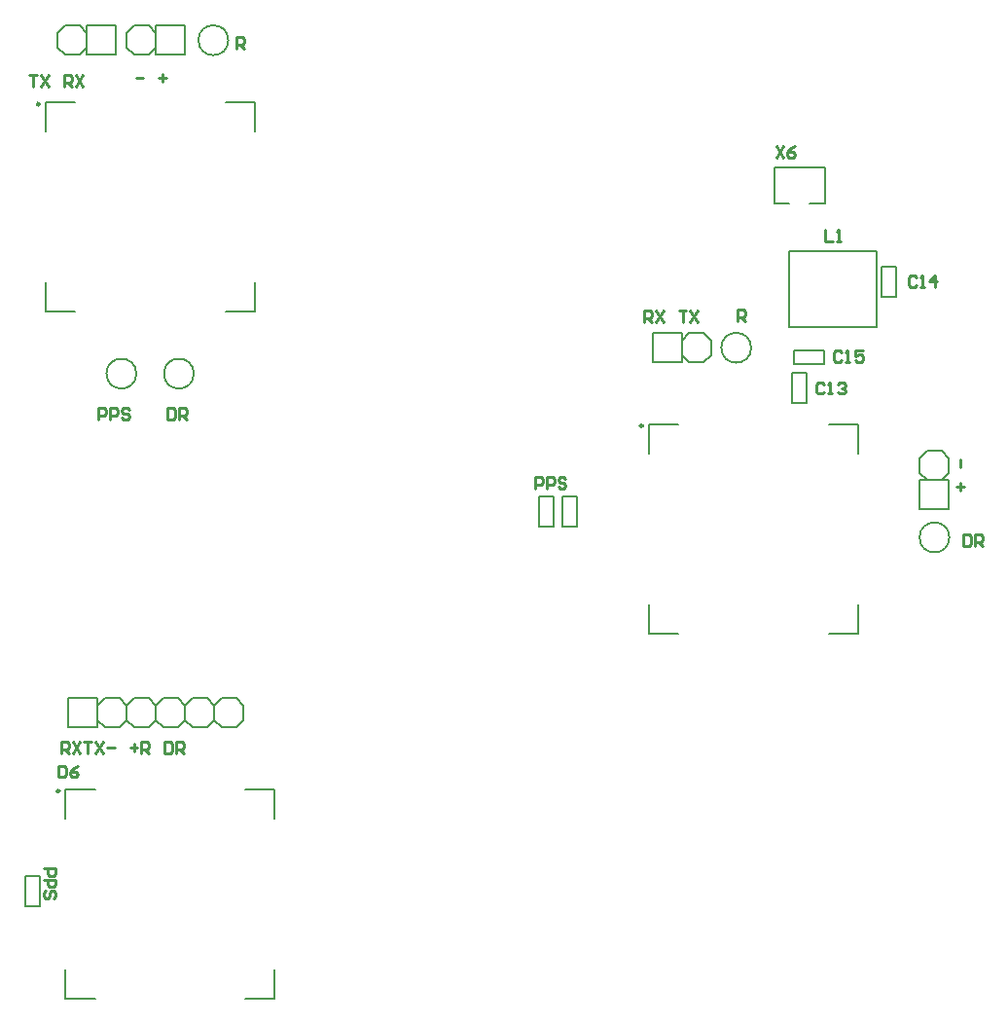
<source format=gto>
G04 Layer_Color=65535*
%FSLAX44Y44*%
%MOMM*%
G71*
G01*
G75*
%ADD17C,0.2540*%
%ADD30C,0.2500*%
%ADD31C,0.2000*%
D17*
X652132Y775685D02*
X658796Y765688D01*
Y775685D02*
X652132Y765688D01*
X668793Y775685D02*
X665461Y774019D01*
X662129Y770686D01*
Y767354D01*
X663795Y765688D01*
X667127D01*
X668793Y767354D01*
Y769020D01*
X667127Y770686D01*
X662129D01*
X695000Y702497D02*
Y692500D01*
X701665D01*
X704997D02*
X708329D01*
X706663D01*
Y702497D01*
X704997Y700831D01*
X709165Y595831D02*
X707498Y597497D01*
X704166D01*
X702500Y595831D01*
Y589166D01*
X704166Y587500D01*
X707498D01*
X709165Y589166D01*
X712497Y587500D02*
X715829D01*
X714163D01*
Y597497D01*
X712497Y595831D01*
X727492Y597497D02*
X720827D01*
Y592498D01*
X724160Y594165D01*
X725826D01*
X727492Y592498D01*
Y589166D01*
X725826Y587500D01*
X722494D01*
X720827Y589166D01*
X774165Y660831D02*
X772498Y662497D01*
X769166D01*
X767500Y660831D01*
Y654166D01*
X769166Y652500D01*
X772498D01*
X774165Y654166D01*
X777497Y652500D02*
X780829D01*
X779163D01*
Y662497D01*
X777497Y660831D01*
X790826Y652500D02*
Y662497D01*
X785827Y657498D01*
X792492D01*
X694165Y568331D02*
X692498Y569997D01*
X689166D01*
X687500Y568331D01*
Y561666D01*
X689166Y560000D01*
X692498D01*
X694165Y561666D01*
X697497Y560000D02*
X700829D01*
X699163D01*
Y569997D01*
X697497Y568331D01*
X705827D02*
X707494Y569997D01*
X710826D01*
X712492Y568331D01*
Y566665D01*
X710826Y564998D01*
X709160D01*
X710826D01*
X712492Y563332D01*
Y561666D01*
X710826Y560000D01*
X707494D01*
X705827Y561666D01*
X27546Y236443D02*
Y226446D01*
X32544D01*
X34211Y228112D01*
Y234777D01*
X32544Y236443D01*
X27546D01*
X44207D02*
X40875Y234777D01*
X37543Y231444D01*
Y228112D01*
X39209Y226446D01*
X42541D01*
X44207Y228112D01*
Y229778D01*
X42541Y231444D01*
X37543D01*
X442500Y477500D02*
Y487497D01*
X447498D01*
X449165Y485831D01*
Y482498D01*
X447498Y480832D01*
X442500D01*
X452497Y477500D02*
Y487497D01*
X457495D01*
X459161Y485831D01*
Y482498D01*
X457495Y480832D01*
X452497D01*
X469158Y485831D02*
X467492Y487497D01*
X464160D01*
X462494Y485831D01*
Y484165D01*
X464160Y482498D01*
X467492D01*
X469158Y480832D01*
Y479166D01*
X467492Y477500D01*
X464160D01*
X462494Y479166D01*
X537500Y622500D02*
Y632497D01*
X542498D01*
X544165Y630831D01*
Y627498D01*
X542498Y625832D01*
X537500D01*
X540832D02*
X544165Y622500D01*
X547497Y632497D02*
X554161Y622500D01*
Y632497D02*
X547497Y622500D01*
X567490Y632497D02*
X574155D01*
X570823D01*
Y622500D01*
X577487Y632497D02*
X584152Y622500D01*
Y632497D02*
X577487Y622500D01*
X812498Y502500D02*
Y495835D01*
Y482506D02*
Y475842D01*
X815831Y479174D02*
X809166D01*
X815000Y437497D02*
Y427500D01*
X819998D01*
X821665Y429166D01*
Y435831D01*
X819998Y437497D01*
X815000D01*
X824997Y427500D02*
Y437497D01*
X829995D01*
X831661Y435831D01*
Y432498D01*
X829995Y430832D01*
X824997D01*
X828329D02*
X831661Y427500D01*
X618500Y623250D02*
Y633247D01*
X623498D01*
X625164Y631581D01*
Y628248D01*
X623498Y626582D01*
X618500D01*
X621832D02*
X625164Y623250D01*
X2500Y837497D02*
X9165D01*
X5832D01*
Y827500D01*
X12497Y837497D02*
X19161Y827500D01*
Y837497D02*
X12497Y827500D01*
X32490D02*
Y837497D01*
X37489D01*
X39155Y835831D01*
Y832498D01*
X37489Y830832D01*
X32490D01*
X35823D02*
X39155Y827500D01*
X42487Y837497D02*
X49152Y827500D01*
Y837497D02*
X42487Y827500D01*
X95000Y834998D02*
X101664D01*
X114994D02*
X121658D01*
X118326Y838331D02*
Y831666D01*
X62500Y537500D02*
Y547497D01*
X67498D01*
X69165Y545831D01*
Y542498D01*
X67498Y540832D01*
X62500D01*
X72497Y537500D02*
Y547497D01*
X77495D01*
X79161Y545831D01*
Y542498D01*
X77495Y540832D01*
X72497D01*
X89158Y545831D02*
X87492Y547497D01*
X84160D01*
X82494Y545831D01*
Y544165D01*
X84160Y542498D01*
X87492D01*
X89158Y540832D01*
Y539166D01*
X87492Y537500D01*
X84160D01*
X82494Y539166D01*
X122500Y547497D02*
Y537500D01*
X127498D01*
X129164Y539166D01*
Y545831D01*
X127498Y547497D01*
X122500D01*
X132497Y537500D02*
Y547497D01*
X137495D01*
X139161Y545831D01*
Y542498D01*
X137495Y540832D01*
X132497D01*
X135829D02*
X139161Y537500D01*
X182500Y860000D02*
Y869997D01*
X187498D01*
X189165Y868331D01*
Y864998D01*
X187498Y863332D01*
X182500D01*
X185832D02*
X189165Y860000D01*
X30000Y247500D02*
Y257497D01*
X34998D01*
X36665Y255831D01*
Y252498D01*
X34998Y250832D01*
X30000D01*
X33332D02*
X36665Y247500D01*
X39997Y257497D02*
X46661Y247500D01*
Y257497D02*
X39997Y247500D01*
X49994Y257497D02*
X56658D01*
X53326D01*
Y247500D01*
X59990Y257497D02*
X66655Y247500D01*
Y257497D02*
X59990Y247500D01*
X69987Y252498D02*
X76652D01*
X89981D02*
X96645D01*
X93313Y255831D02*
Y249166D01*
X99978Y247500D02*
Y257497D01*
X104976D01*
X106642Y255831D01*
Y252498D01*
X104976Y250832D01*
X99978D01*
X103310D02*
X106642Y247500D01*
X119971Y257497D02*
Y247500D01*
X124969D01*
X126636Y249166D01*
Y255831D01*
X124969Y257497D01*
X119971D01*
X129968Y247500D02*
Y257497D01*
X134966D01*
X136632Y255831D01*
Y252498D01*
X134966Y250832D01*
X129968D01*
X133300D02*
X136632Y247500D01*
X15000Y147500D02*
X24997D01*
Y142502D01*
X23331Y140836D01*
X19998D01*
X18332Y142502D01*
Y147500D01*
X15000Y137503D02*
X24997D01*
Y132505D01*
X23331Y130839D01*
X19998D01*
X18332Y132505D01*
Y137503D01*
X23331Y120842D02*
X24997Y122508D01*
Y125840D01*
X23331Y127506D01*
X21665D01*
X19998Y125840D01*
Y122508D01*
X18332Y120842D01*
X16666D01*
X15000Y122508D01*
Y125840D01*
X16666Y127506D01*
D30*
X536250Y532000D02*
G03*
X536250Y532000I-1250J0D01*
G01*
X28750Y214500D02*
G03*
X28750Y214500I-1250J0D01*
G01*
X11250Y812000D02*
G03*
X11250Y812000I-1250J0D01*
G01*
D31*
X95500Y577500D02*
G03*
X95500Y577500I-13000J0D01*
G01*
X630500Y600000D02*
G03*
X630500Y600000I-13000J0D01*
G01*
X175500Y867500D02*
G03*
X175500Y867500I-13000J0D01*
G01*
X803000Y435000D02*
G03*
X803000Y435000I-13000J0D01*
G01*
X145500Y577500D02*
G03*
X145500Y577500I-13000J0D01*
G01*
X756250Y644250D02*
Y670750D01*
X743750Y644250D02*
Y670750D01*
X756250D01*
X743750Y644250D02*
X756250D01*
X541500Y508000D02*
Y533500D01*
X567000D01*
X698000D02*
X723500D01*
Y508000D02*
Y533500D01*
Y351500D02*
Y377000D01*
X698000Y351500D02*
X723500D01*
X541500D02*
Y377000D01*
Y351500D02*
X567000D01*
X-1250Y140750D02*
X11250D01*
X-1250Y114250D02*
X11250D01*
Y140750D01*
X-1250Y114250D02*
Y140750D01*
X446250Y470750D02*
X458750D01*
X446250Y444250D02*
X458750D01*
Y470750D01*
X446250Y444250D02*
Y470750D01*
X466250D02*
X478750D01*
X466250Y444250D02*
X478750D01*
Y470750D01*
X466250Y444250D02*
Y470750D01*
X163300Y276150D02*
X169650Y269800D01*
X182350D01*
X188700Y276150D01*
X182350Y295200D02*
X188700Y288850D01*
X169650Y295200D02*
X182350D01*
X163300Y288850D02*
X169650Y295200D01*
X188700Y276150D02*
Y288850D01*
X36300Y295200D02*
X61700D01*
Y269800D02*
Y295200D01*
X36300Y269800D02*
Y295200D01*
X61700Y288850D02*
X68050Y295200D01*
X80750D01*
X87100Y288850D01*
Y276150D02*
Y288850D01*
X80750Y269800D02*
X87100Y276150D01*
X68050Y269800D02*
X80750D01*
X61700Y276150D02*
X68050Y269800D01*
X36300D02*
X61700D01*
X87100Y276150D02*
X93450Y269800D01*
X106150D01*
X112500Y276150D01*
Y288850D01*
X106150Y295200D02*
X112500Y288850D01*
X93450Y295200D02*
X106150D01*
X87100Y288850D02*
X93450Y295200D01*
X112500Y276150D02*
X118850Y269800D01*
X131550D01*
X137900Y276150D01*
Y288850D01*
X131550Y295200D02*
X137900Y288850D01*
X118850Y295200D02*
X131550D01*
X112500Y288850D02*
X118850Y295200D01*
X137900Y276150D02*
X144250Y269800D01*
X156950D01*
X163300Y276150D01*
Y288850D01*
X156950Y295200D02*
X163300Y288850D01*
X144250Y295200D02*
X156950D01*
X137900Y288850D02*
X144250Y295200D01*
X777300Y459600D02*
Y485000D01*
X802700D01*
X777300Y459600D02*
X802700D01*
X777300Y491350D02*
X783650Y485000D01*
X777300Y491350D02*
Y504050D01*
X783650Y510400D01*
X796350D01*
X802700Y504050D01*
Y491350D02*
Y504050D01*
X796350Y485000D02*
X802700Y491350D01*
Y459600D02*
Y485000D01*
X544600Y612700D02*
X570000D01*
Y587300D02*
Y612700D01*
X544600Y587300D02*
Y612700D01*
X570000Y606350D02*
X576350Y612700D01*
X589050D01*
X595400Y606350D01*
Y593650D02*
Y606350D01*
X589050Y587300D02*
X595400Y593650D01*
X576350Y587300D02*
X589050D01*
X570000Y593650D02*
X576350Y587300D01*
X544600D02*
X570000D01*
X112500Y854800D02*
X137900D01*
X112500D02*
Y880200D01*
X137900Y854800D02*
Y880200D01*
X106150Y854800D02*
X112500Y861150D01*
X93450Y854800D02*
X106150D01*
X87100Y861150D02*
X93450Y854800D01*
X87100Y861150D02*
Y873850D01*
X93450Y880200D01*
X106150D01*
X112500Y873850D01*
Y880200D02*
X137900D01*
X52500Y854800D02*
X77900D01*
X52500D02*
Y880200D01*
X77900Y854800D02*
Y880200D01*
X46150Y854800D02*
X52500Y861150D01*
X33450Y854800D02*
X46150D01*
X27100Y861150D02*
X33450Y854800D01*
X27100Y861150D02*
Y873850D01*
X33450Y880200D01*
X46150D01*
X52500Y873850D01*
Y880200D02*
X77900D01*
X34000Y190500D02*
Y216000D01*
X59500D01*
X190500D02*
X216000D01*
Y190500D02*
Y216000D01*
Y34000D02*
Y59500D01*
X190500Y34000D02*
X216000D01*
X34000D02*
Y59500D01*
Y34000D02*
X59500D01*
X16500Y788000D02*
Y813500D01*
X42000D01*
X173000D02*
X198500D01*
Y788000D02*
Y813500D01*
Y631500D02*
Y657000D01*
X173000Y631500D02*
X198500D01*
X16500D02*
Y657000D01*
Y631500D02*
X42000D01*
X650500Y725875D02*
X663750D01*
X681250D02*
X694500D01*
X650500D02*
Y757125D01*
X694500Y725875D02*
Y757125D01*
X650500D02*
X694500D01*
X667500Y598000D02*
X694000D01*
X667500Y585500D02*
X694000D01*
X667500D02*
Y598000D01*
X694000Y585500D02*
Y598000D01*
X666250Y551750D02*
Y578250D01*
X678750Y551750D02*
Y578250D01*
X666250Y551750D02*
X678750D01*
X666250Y578250D02*
X678750D01*
X663100Y683650D02*
X739600D01*
X663100Y618400D02*
Y683650D01*
Y618400D02*
X739600D01*
Y683650D01*
M02*

</source>
